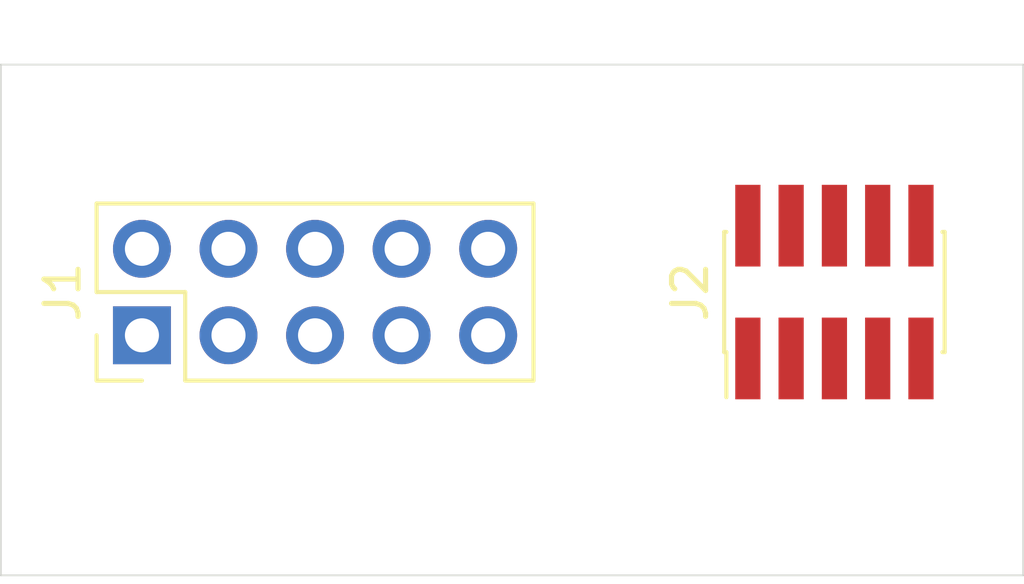
<source format=kicad_pcb>
(kicad_pcb (version 20171130) (host pcbnew 5.1.5-52549c5~86~ubuntu18.04.1)

  (general
    (thickness 1.6)
    (drawings 4)
    (tracks 0)
    (zones 0)
    (modules 2)
    (nets 11)
  )

  (page A4)
  (title_block
    (title "5x2 pin 1.27 mm male to 2.54 mm male adapter")
    (company Galopago)
  )

  (layers
    (0 F.Cu signal)
    (31 B.Cu signal)
    (32 B.Adhes user)
    (33 F.Adhes user)
    (34 B.Paste user)
    (35 F.Paste user)
    (36 B.SilkS user)
    (37 F.SilkS user)
    (38 B.Mask user)
    (39 F.Mask user)
    (40 Dwgs.User user)
    (41 Cmts.User user)
    (42 Eco1.User user)
    (43 Eco2.User user)
    (44 Edge.Cuts user)
    (45 Margin user)
    (46 B.CrtYd user)
    (47 F.CrtYd user)
    (48 B.Fab user)
    (49 F.Fab user)
  )

  (setup
    (last_trace_width 0.25)
    (trace_clearance 0.2)
    (zone_clearance 0.508)
    (zone_45_only no)
    (trace_min 0.2)
    (via_size 0.8)
    (via_drill 0.4)
    (via_min_size 0.4)
    (via_min_drill 0.3)
    (uvia_size 0.3)
    (uvia_drill 0.1)
    (uvias_allowed no)
    (uvia_min_size 0.2)
    (uvia_min_drill 0.1)
    (edge_width 0.05)
    (segment_width 0.2)
    (pcb_text_width 0.3)
    (pcb_text_size 1.5 1.5)
    (mod_edge_width 0.12)
    (mod_text_size 1 1)
    (mod_text_width 0.15)
    (pad_size 1.524 1.524)
    (pad_drill 0.762)
    (pad_to_mask_clearance 0.051)
    (solder_mask_min_width 0.25)
    (aux_axis_origin 0 0)
    (visible_elements FFFFFF7F)
    (pcbplotparams
      (layerselection 0x010fc_ffffffff)
      (usegerberextensions false)
      (usegerberattributes false)
      (usegerberadvancedattributes false)
      (creategerberjobfile false)
      (excludeedgelayer true)
      (linewidth 0.100000)
      (plotframeref false)
      (viasonmask false)
      (mode 1)
      (useauxorigin false)
      (hpglpennumber 1)
      (hpglpenspeed 20)
      (hpglpendiameter 15.000000)
      (psnegative false)
      (psa4output false)
      (plotreference true)
      (plotvalue true)
      (plotinvisibletext false)
      (padsonsilk false)
      (subtractmaskfromsilk false)
      (outputformat 1)
      (mirror false)
      (drillshape 1)
      (scaleselection 1)
      (outputdirectory ""))
  )

  (net 0 "")
  (net 1 "Net-(J1-Pad10)")
  (net 2 "Net-(J1-Pad9)")
  (net 3 "Net-(J1-Pad8)")
  (net 4 "Net-(J1-Pad7)")
  (net 5 "Net-(J1-Pad6)")
  (net 6 "Net-(J1-Pad5)")
  (net 7 "Net-(J1-Pad4)")
  (net 8 "Net-(J1-Pad3)")
  (net 9 "Net-(J1-Pad2)")
  (net 10 "Net-(J1-Pad1)")

  (net_class Default "This is the default net class."
    (clearance 0.2)
    (trace_width 0.25)
    (via_dia 0.8)
    (via_drill 0.4)
    (uvia_dia 0.3)
    (uvia_drill 0.1)
    (add_net "Net-(J1-Pad1)")
    (add_net "Net-(J1-Pad10)")
    (add_net "Net-(J1-Pad2)")
    (add_net "Net-(J1-Pad3)")
    (add_net "Net-(J1-Pad4)")
    (add_net "Net-(J1-Pad5)")
    (add_net "Net-(J1-Pad6)")
    (add_net "Net-(J1-Pad7)")
    (add_net "Net-(J1-Pad8)")
    (add_net "Net-(J1-Pad9)")
  )

  (module Connector_PinHeader_1.27mm:PinHeader_2x05_P1.27mm_Vertical_SMD (layer F.Cu) (tedit 59FED6E3) (tstamp 5ED244C7)
    (at 124.46 106.68 90)
    (descr "surface-mounted straight pin header, 2x05, 1.27mm pitch, double rows")
    (tags "Surface mounted pin header SMD 2x05 1.27mm double row")
    (path /5ED21E81)
    (attr smd)
    (fp_text reference J2 (at 0 -4.235 90) (layer F.SilkS)
      (effects (font (size 1 1) (thickness 0.15)))
    )
    (fp_text value Conn_02x05_Odd_Even (at 0 4.235 90) (layer F.Fab)
      (effects (font (size 1 1) (thickness 0.15)))
    )
    (fp_text user %R (at 0 0) (layer F.Fab)
      (effects (font (size 1 1) (thickness 0.15)))
    )
    (fp_line (start 4.3 -3.7) (end -4.3 -3.7) (layer F.CrtYd) (width 0.05))
    (fp_line (start 4.3 3.7) (end 4.3 -3.7) (layer F.CrtYd) (width 0.05))
    (fp_line (start -4.3 3.7) (end 4.3 3.7) (layer F.CrtYd) (width 0.05))
    (fp_line (start -4.3 -3.7) (end -4.3 3.7) (layer F.CrtYd) (width 0.05))
    (fp_line (start 1.765 3.17) (end 1.765 3.235) (layer F.SilkS) (width 0.12))
    (fp_line (start -1.765 3.17) (end -1.765 3.235) (layer F.SilkS) (width 0.12))
    (fp_line (start 1.765 -3.235) (end 1.765 -3.17) (layer F.SilkS) (width 0.12))
    (fp_line (start -1.765 -3.235) (end -1.765 -3.17) (layer F.SilkS) (width 0.12))
    (fp_line (start -3.09 -3.17) (end -1.765 -3.17) (layer F.SilkS) (width 0.12))
    (fp_line (start -1.765 3.235) (end 1.765 3.235) (layer F.SilkS) (width 0.12))
    (fp_line (start -1.765 -3.235) (end 1.765 -3.235) (layer F.SilkS) (width 0.12))
    (fp_line (start 2.75 2.74) (end 1.705 2.74) (layer F.Fab) (width 0.1))
    (fp_line (start 2.75 2.34) (end 2.75 2.74) (layer F.Fab) (width 0.1))
    (fp_line (start 1.705 2.34) (end 2.75 2.34) (layer F.Fab) (width 0.1))
    (fp_line (start -2.75 2.74) (end -1.705 2.74) (layer F.Fab) (width 0.1))
    (fp_line (start -2.75 2.34) (end -2.75 2.74) (layer F.Fab) (width 0.1))
    (fp_line (start -1.705 2.34) (end -2.75 2.34) (layer F.Fab) (width 0.1))
    (fp_line (start 2.75 1.47) (end 1.705 1.47) (layer F.Fab) (width 0.1))
    (fp_line (start 2.75 1.07) (end 2.75 1.47) (layer F.Fab) (width 0.1))
    (fp_line (start 1.705 1.07) (end 2.75 1.07) (layer F.Fab) (width 0.1))
    (fp_line (start -2.75 1.47) (end -1.705 1.47) (layer F.Fab) (width 0.1))
    (fp_line (start -2.75 1.07) (end -2.75 1.47) (layer F.Fab) (width 0.1))
    (fp_line (start -1.705 1.07) (end -2.75 1.07) (layer F.Fab) (width 0.1))
    (fp_line (start 2.75 0.2) (end 1.705 0.2) (layer F.Fab) (width 0.1))
    (fp_line (start 2.75 -0.2) (end 2.75 0.2) (layer F.Fab) (width 0.1))
    (fp_line (start 1.705 -0.2) (end 2.75 -0.2) (layer F.Fab) (width 0.1))
    (fp_line (start -2.75 0.2) (end -1.705 0.2) (layer F.Fab) (width 0.1))
    (fp_line (start -2.75 -0.2) (end -2.75 0.2) (layer F.Fab) (width 0.1))
    (fp_line (start -1.705 -0.2) (end -2.75 -0.2) (layer F.Fab) (width 0.1))
    (fp_line (start 2.75 -1.07) (end 1.705 -1.07) (layer F.Fab) (width 0.1))
    (fp_line (start 2.75 -1.47) (end 2.75 -1.07) (layer F.Fab) (width 0.1))
    (fp_line (start 1.705 -1.47) (end 2.75 -1.47) (layer F.Fab) (width 0.1))
    (fp_line (start -2.75 -1.07) (end -1.705 -1.07) (layer F.Fab) (width 0.1))
    (fp_line (start -2.75 -1.47) (end -2.75 -1.07) (layer F.Fab) (width 0.1))
    (fp_line (start -1.705 -1.47) (end -2.75 -1.47) (layer F.Fab) (width 0.1))
    (fp_line (start 2.75 -2.34) (end 1.705 -2.34) (layer F.Fab) (width 0.1))
    (fp_line (start 2.75 -2.74) (end 2.75 -2.34) (layer F.Fab) (width 0.1))
    (fp_line (start 1.705 -2.74) (end 2.75 -2.74) (layer F.Fab) (width 0.1))
    (fp_line (start -2.75 -2.34) (end -1.705 -2.34) (layer F.Fab) (width 0.1))
    (fp_line (start -2.75 -2.74) (end -2.75 -2.34) (layer F.Fab) (width 0.1))
    (fp_line (start -1.705 -2.74) (end -2.75 -2.74) (layer F.Fab) (width 0.1))
    (fp_line (start 1.705 -3.175) (end 1.705 3.175) (layer F.Fab) (width 0.1))
    (fp_line (start -1.705 -2.74) (end -1.27 -3.175) (layer F.Fab) (width 0.1))
    (fp_line (start -1.705 3.175) (end -1.705 -2.74) (layer F.Fab) (width 0.1))
    (fp_line (start -1.27 -3.175) (end 1.705 -3.175) (layer F.Fab) (width 0.1))
    (fp_line (start 1.705 3.175) (end -1.705 3.175) (layer F.Fab) (width 0.1))
    (pad 10 smd rect (at 1.95 2.54 90) (size 2.4 0.74) (layers F.Cu F.Paste F.Mask)
      (net 1 "Net-(J1-Pad10)"))
    (pad 9 smd rect (at -1.95 2.54 90) (size 2.4 0.74) (layers F.Cu F.Paste F.Mask)
      (net 2 "Net-(J1-Pad9)"))
    (pad 8 smd rect (at 1.95 1.27 90) (size 2.4 0.74) (layers F.Cu F.Paste F.Mask)
      (net 3 "Net-(J1-Pad8)"))
    (pad 7 smd rect (at -1.95 1.27 90) (size 2.4 0.74) (layers F.Cu F.Paste F.Mask)
      (net 4 "Net-(J1-Pad7)"))
    (pad 6 smd rect (at 1.95 0 90) (size 2.4 0.74) (layers F.Cu F.Paste F.Mask)
      (net 5 "Net-(J1-Pad6)"))
    (pad 5 smd rect (at -1.95 0 90) (size 2.4 0.74) (layers F.Cu F.Paste F.Mask)
      (net 6 "Net-(J1-Pad5)"))
    (pad 4 smd rect (at 1.95 -1.27 90) (size 2.4 0.74) (layers F.Cu F.Paste F.Mask)
      (net 7 "Net-(J1-Pad4)"))
    (pad 3 smd rect (at -1.95 -1.27 90) (size 2.4 0.74) (layers F.Cu F.Paste F.Mask)
      (net 8 "Net-(J1-Pad3)"))
    (pad 2 smd rect (at 1.95 -2.54 90) (size 2.4 0.74) (layers F.Cu F.Paste F.Mask)
      (net 9 "Net-(J1-Pad2)"))
    (pad 1 smd rect (at -1.95 -2.54 90) (size 2.4 0.74) (layers F.Cu F.Paste F.Mask)
      (net 10 "Net-(J1-Pad1)"))
    (model ${KISYS3DMOD}/Connector_PinHeader_1.27mm.3dshapes/PinHeader_2x05_P1.27mm_Vertical_SMD.wrl
      (at (xyz 0 0 0))
      (scale (xyz 1 1 1))
      (rotate (xyz 0 0 0))
    )
  )

  (module Connector_PinHeader_2.54mm:PinHeader_2x05_P2.54mm_Vertical (layer F.Cu) (tedit 59FED5CC) (tstamp 5ED2430C)
    (at 104.14 107.95 90)
    (descr "Through hole straight pin header, 2x05, 2.54mm pitch, double rows")
    (tags "Through hole pin header THT 2x05 2.54mm double row")
    (path /5ED20FF2)
    (fp_text reference J1 (at 1.27 -2.33 90) (layer F.SilkS)
      (effects (font (size 1 1) (thickness 0.15)))
    )
    (fp_text value Conn_02x05_Odd_Even (at 1.27 12.49 90) (layer F.Fab)
      (effects (font (size 1 1) (thickness 0.15)))
    )
    (fp_text user %R (at 1.27 5.08) (layer F.Fab)
      (effects (font (size 1 1) (thickness 0.15)))
    )
    (fp_line (start 4.35 -1.8) (end -1.8 -1.8) (layer F.CrtYd) (width 0.05))
    (fp_line (start 4.35 11.95) (end 4.35 -1.8) (layer F.CrtYd) (width 0.05))
    (fp_line (start -1.8 11.95) (end 4.35 11.95) (layer F.CrtYd) (width 0.05))
    (fp_line (start -1.8 -1.8) (end -1.8 11.95) (layer F.CrtYd) (width 0.05))
    (fp_line (start -1.33 -1.33) (end 0 -1.33) (layer F.SilkS) (width 0.12))
    (fp_line (start -1.33 0) (end -1.33 -1.33) (layer F.SilkS) (width 0.12))
    (fp_line (start 1.27 -1.33) (end 3.87 -1.33) (layer F.SilkS) (width 0.12))
    (fp_line (start 1.27 1.27) (end 1.27 -1.33) (layer F.SilkS) (width 0.12))
    (fp_line (start -1.33 1.27) (end 1.27 1.27) (layer F.SilkS) (width 0.12))
    (fp_line (start 3.87 -1.33) (end 3.87 11.49) (layer F.SilkS) (width 0.12))
    (fp_line (start -1.33 1.27) (end -1.33 11.49) (layer F.SilkS) (width 0.12))
    (fp_line (start -1.33 11.49) (end 3.87 11.49) (layer F.SilkS) (width 0.12))
    (fp_line (start -1.27 0) (end 0 -1.27) (layer F.Fab) (width 0.1))
    (fp_line (start -1.27 11.43) (end -1.27 0) (layer F.Fab) (width 0.1))
    (fp_line (start 3.81 11.43) (end -1.27 11.43) (layer F.Fab) (width 0.1))
    (fp_line (start 3.81 -1.27) (end 3.81 11.43) (layer F.Fab) (width 0.1))
    (fp_line (start 0 -1.27) (end 3.81 -1.27) (layer F.Fab) (width 0.1))
    (pad 10 thru_hole oval (at 2.54 10.16 90) (size 1.7 1.7) (drill 1) (layers *.Cu *.Mask)
      (net 1 "Net-(J1-Pad10)"))
    (pad 9 thru_hole oval (at 0 10.16 90) (size 1.7 1.7) (drill 1) (layers *.Cu *.Mask)
      (net 2 "Net-(J1-Pad9)"))
    (pad 8 thru_hole oval (at 2.54 7.62 90) (size 1.7 1.7) (drill 1) (layers *.Cu *.Mask)
      (net 3 "Net-(J1-Pad8)"))
    (pad 7 thru_hole oval (at 0 7.62 90) (size 1.7 1.7) (drill 1) (layers *.Cu *.Mask)
      (net 4 "Net-(J1-Pad7)"))
    (pad 6 thru_hole oval (at 2.54 5.08 90) (size 1.7 1.7) (drill 1) (layers *.Cu *.Mask)
      (net 5 "Net-(J1-Pad6)"))
    (pad 5 thru_hole oval (at 0 5.08 90) (size 1.7 1.7) (drill 1) (layers *.Cu *.Mask)
      (net 6 "Net-(J1-Pad5)"))
    (pad 4 thru_hole oval (at 2.54 2.54 90) (size 1.7 1.7) (drill 1) (layers *.Cu *.Mask)
      (net 7 "Net-(J1-Pad4)"))
    (pad 3 thru_hole oval (at 0 2.54 90) (size 1.7 1.7) (drill 1) (layers *.Cu *.Mask)
      (net 8 "Net-(J1-Pad3)"))
    (pad 2 thru_hole oval (at 2.54 0 90) (size 1.7 1.7) (drill 1) (layers *.Cu *.Mask)
      (net 9 "Net-(J1-Pad2)"))
    (pad 1 thru_hole rect (at 0 0 90) (size 1.7 1.7) (drill 1) (layers *.Cu *.Mask)
      (net 10 "Net-(J1-Pad1)"))
    (model ${KISYS3DMOD}/Connector_PinHeader_2.54mm.3dshapes/PinHeader_2x05_P2.54mm_Vertical.wrl
      (at (xyz 0 0 0))
      (scale (xyz 1 1 1))
      (rotate (xyz 0 0 0))
    )
  )

  (gr_line (start 100 115) (end 130 115) (layer Edge.Cuts) (width 0.05))
  (gr_line (start 100 100) (end 130 100) (layer Edge.Cuts) (width 0.05))
  (gr_line (start 130 100) (end 130 115) (layer Edge.Cuts) (width 0.05))
  (gr_line (start 100 100) (end 100 115) (layer Edge.Cuts) (width 0.05))

)

</source>
